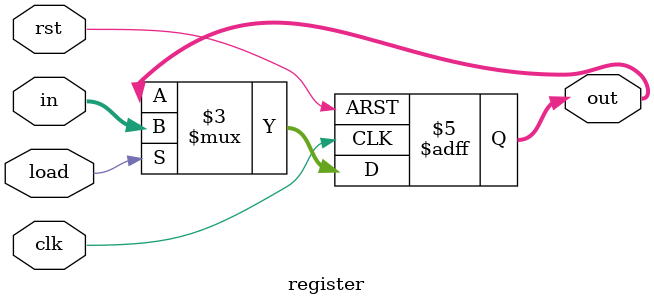
<source format=v>
module register #(parameter WIDTH=8) (
  input clk, rst,
  input load,
  input [WIDTH-1:0] in,
  output reg [WIDTH-1:0] out
);

  // Register
  always @(posedge clk or negedge rst) begin
    if (!rst) out <= {WIDTH{1'b0}}; // reset
    else if (load) out <= in;       // load input
  end

endmodule
</source>
